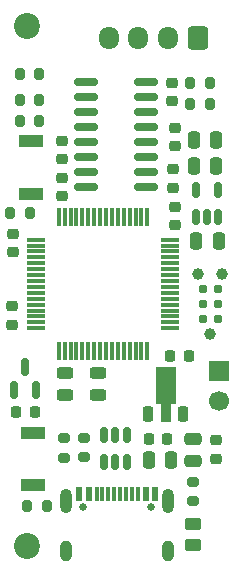
<source format=gbr>
%TF.GenerationSoftware,KiCad,Pcbnew,9.0.2*%
%TF.CreationDate,2025-06-14T09:22:04-04:00*%
%TF.ProjectId,plimsoll,706c696d-736f-46c6-9c2e-6b696361645f,rev?*%
%TF.SameCoordinates,Original*%
%TF.FileFunction,Soldermask,Top*%
%TF.FilePolarity,Negative*%
%FSLAX46Y46*%
G04 Gerber Fmt 4.6, Leading zero omitted, Abs format (unit mm)*
G04 Created by KiCad (PCBNEW 9.0.2) date 2025-06-14 09:22:04*
%MOMM*%
%LPD*%
G01*
G04 APERTURE LIST*
G04 Aperture macros list*
%AMRoundRect*
0 Rectangle with rounded corners*
0 $1 Rounding radius*
0 $2 $3 $4 $5 $6 $7 $8 $9 X,Y pos of 4 corners*
0 Add a 4 corners polygon primitive as box body*
4,1,4,$2,$3,$4,$5,$6,$7,$8,$9,$2,$3,0*
0 Add four circle primitives for the rounded corners*
1,1,$1+$1,$2,$3*
1,1,$1+$1,$4,$5*
1,1,$1+$1,$6,$7*
1,1,$1+$1,$8,$9*
0 Add four rect primitives between the rounded corners*
20,1,$1+$1,$2,$3,$4,$5,0*
20,1,$1+$1,$4,$5,$6,$7,0*
20,1,$1+$1,$6,$7,$8,$9,0*
20,1,$1+$1,$8,$9,$2,$3,0*%
%AMFreePoly0*
4,1,9,3.862500,-0.866500,0.737500,-0.866500,0.737500,-0.450000,-0.737500,-0.450000,-0.737500,0.450000,0.737500,0.450000,0.737500,0.866500,3.862500,0.866500,3.862500,-0.866500,3.862500,-0.866500,$1*%
G04 Aperture macros list end*
%ADD10RoundRect,0.200000X-0.200000X-0.275000X0.200000X-0.275000X0.200000X0.275000X-0.200000X0.275000X0*%
%ADD11R,1.700000X1.700000*%
%ADD12C,1.700000*%
%ADD13RoundRect,0.250000X0.600000X0.725000X-0.600000X0.725000X-0.600000X-0.725000X0.600000X-0.725000X0*%
%ADD14O,1.700000X1.950000*%
%ADD15RoundRect,0.225000X-0.250000X0.225000X-0.250000X-0.225000X0.250000X-0.225000X0.250000X0.225000X0*%
%ADD16RoundRect,0.243750X0.456250X-0.243750X0.456250X0.243750X-0.456250X0.243750X-0.456250X-0.243750X0*%
%ADD17R,2.000000X1.050000*%
%ADD18RoundRect,0.225000X0.225000X-0.425000X0.225000X0.425000X-0.225000X0.425000X-0.225000X-0.425000X0*%
%ADD19FreePoly0,90.000000*%
%ADD20C,2.200000*%
%ADD21RoundRect,0.250000X-0.250000X-0.475000X0.250000X-0.475000X0.250000X0.475000X-0.250000X0.475000X0*%
%ADD22RoundRect,0.150000X0.150000X-0.587500X0.150000X0.587500X-0.150000X0.587500X-0.150000X-0.587500X0*%
%ADD23RoundRect,0.250000X-0.475000X0.250000X-0.475000X-0.250000X0.475000X-0.250000X0.475000X0.250000X0*%
%ADD24RoundRect,0.150000X0.150000X-0.512500X0.150000X0.512500X-0.150000X0.512500X-0.150000X-0.512500X0*%
%ADD25RoundRect,0.200000X-0.275000X0.200000X-0.275000X-0.200000X0.275000X-0.200000X0.275000X0.200000X0*%
%ADD26RoundRect,0.075000X-0.075000X0.700000X-0.075000X-0.700000X0.075000X-0.700000X0.075000X0.700000X0*%
%ADD27RoundRect,0.075000X-0.700000X0.075000X-0.700000X-0.075000X0.700000X-0.075000X0.700000X0.075000X0*%
%ADD28RoundRect,0.200000X0.200000X0.275000X-0.200000X0.275000X-0.200000X-0.275000X0.200000X-0.275000X0*%
%ADD29RoundRect,0.150000X0.850000X0.150000X-0.850000X0.150000X-0.850000X-0.150000X0.850000X-0.150000X0*%
%ADD30RoundRect,0.250000X-0.450000X0.262500X-0.450000X-0.262500X0.450000X-0.262500X0.450000X0.262500X0*%
%ADD31RoundRect,0.225000X0.250000X-0.225000X0.250000X0.225000X-0.250000X0.225000X-0.250000X-0.225000X0*%
%ADD32C,0.990600*%
%ADD33C,0.787400*%
%ADD34C,0.650000*%
%ADD35R,0.600000X1.240000*%
%ADD36R,0.300000X1.240000*%
%ADD37O,1.000000X2.100000*%
%ADD38O,1.000000X1.800000*%
%ADD39RoundRect,0.225000X0.225000X0.250000X-0.225000X0.250000X-0.225000X-0.250000X0.225000X-0.250000X0*%
%ADD40RoundRect,0.200000X0.275000X-0.200000X0.275000X0.200000X-0.275000X0.200000X-0.275000X-0.200000X0*%
G04 APERTURE END LIST*
D10*
%TO.C,R4*%
X20950000Y-38800000D03*
X22600000Y-38800000D03*
%TD*%
D11*
%TO.C,J4*%
X38600000Y-52200000D03*
D12*
X38600000Y-54740000D03*
%TD*%
D10*
%TO.C,R12*%
X21750000Y-31000000D03*
X23400000Y-31000000D03*
%TD*%
D13*
%TO.C,J3*%
X36800000Y-24000000D03*
D14*
X34300000Y-24000000D03*
X31800000Y-24000000D03*
X29300000Y-24000000D03*
%TD*%
D15*
%TO.C,C8*%
X34900000Y-31600000D03*
X34900000Y-33150000D03*
%TD*%
D16*
%TO.C,D2*%
X25600000Y-54200000D03*
X25600000Y-52325000D03*
%TD*%
D17*
%TO.C,SW2*%
X22700000Y-37140000D03*
X22700000Y-32700000D03*
%TD*%
D18*
%TO.C,U4*%
X32600000Y-55850000D03*
D19*
X34100000Y-55762500D03*
D18*
X35600000Y-55850000D03*
%TD*%
D20*
%TO.C,H1*%
X22400000Y-23000000D03*
%TD*%
D21*
%TO.C,C11*%
X36500000Y-34800000D03*
X38400000Y-34800000D03*
%TD*%
%TO.C,C2*%
X32650000Y-59700000D03*
X34550000Y-59700000D03*
%TD*%
D22*
%TO.C,U2*%
X21250000Y-53737500D03*
X23150000Y-53737500D03*
X22200000Y-51862500D03*
%TD*%
D23*
%TO.C,C4*%
X36450000Y-57900000D03*
X36450000Y-59800000D03*
%TD*%
D10*
%TO.C,R11*%
X21750000Y-29200000D03*
X23400000Y-29200000D03*
%TD*%
D17*
%TO.C,SW1*%
X22900000Y-61840000D03*
X22900000Y-57400000D03*
%TD*%
D24*
%TO.C,U5*%
X36650000Y-39137500D03*
X37600000Y-39137500D03*
X38550000Y-39137500D03*
X38550000Y-36862500D03*
X36650000Y-36862500D03*
%TD*%
D25*
%TO.C,R13*%
X27200000Y-57800000D03*
X27200000Y-59450000D03*
%TD*%
D26*
%TO.C,U3*%
X32550000Y-39125000D03*
X32050000Y-39125000D03*
X31550000Y-39125000D03*
X31050000Y-39125000D03*
X30550000Y-39125000D03*
X30050000Y-39125000D03*
X29550000Y-39125000D03*
X29050000Y-39125000D03*
X28550000Y-39125000D03*
X28050000Y-39125000D03*
X27550000Y-39125000D03*
X27050000Y-39125000D03*
X26550000Y-39125000D03*
X26050000Y-39125000D03*
X25550000Y-39125000D03*
X25050000Y-39125000D03*
D27*
X23125000Y-41050000D03*
X23125000Y-41550000D03*
X23125000Y-42050000D03*
X23125000Y-42550000D03*
X23125000Y-43050000D03*
X23125000Y-43550000D03*
X23125000Y-44050000D03*
X23125000Y-44550000D03*
X23125000Y-45050000D03*
X23125000Y-45550000D03*
X23125000Y-46050000D03*
X23125000Y-46550000D03*
X23125000Y-47050000D03*
X23125000Y-47550000D03*
X23125000Y-48050000D03*
X23125000Y-48550000D03*
D26*
X25050000Y-50475000D03*
X25550000Y-50475000D03*
X26050000Y-50475000D03*
X26550000Y-50475000D03*
X27050000Y-50475000D03*
X27550000Y-50475000D03*
X28050000Y-50475000D03*
X28550000Y-50475000D03*
X29050000Y-50475000D03*
X29550000Y-50475000D03*
X30050000Y-50475000D03*
X30550000Y-50475000D03*
X31050000Y-50475000D03*
X31550000Y-50475000D03*
X32050000Y-50475000D03*
X32550000Y-50475000D03*
D27*
X34475000Y-48550000D03*
X34475000Y-48050000D03*
X34475000Y-47550000D03*
X34475000Y-47050000D03*
X34475000Y-46550000D03*
X34475000Y-46050000D03*
X34475000Y-45550000D03*
X34475000Y-45050000D03*
X34475000Y-44550000D03*
X34475000Y-44050000D03*
X34475000Y-43550000D03*
X34475000Y-43050000D03*
X34475000Y-42550000D03*
X34475000Y-42050000D03*
X34475000Y-41550000D03*
X34475000Y-41050000D03*
%TD*%
D28*
%TO.C,R5*%
X24025000Y-63600000D03*
X22375000Y-63600000D03*
%TD*%
D29*
%TO.C,U6*%
X32400000Y-36600000D03*
X32400000Y-35330000D03*
X32400000Y-34060000D03*
X32400000Y-32790000D03*
X32400000Y-31520000D03*
X32400000Y-30250000D03*
X32400000Y-28980000D03*
X32400000Y-27710000D03*
X27400000Y-27710000D03*
X27400000Y-28980000D03*
X27400000Y-30250000D03*
X27400000Y-31520000D03*
X27400000Y-32790000D03*
X27400000Y-34060000D03*
X27400000Y-35330000D03*
X27400000Y-36600000D03*
%TD*%
D15*
%TO.C,C17*%
X21100000Y-46700000D03*
X21100000Y-48250000D03*
%TD*%
D30*
%TO.C,R1*%
X36400000Y-65087500D03*
X36400000Y-66912500D03*
%TD*%
D31*
%TO.C,C7*%
X34600000Y-29350000D03*
X34600000Y-27800000D03*
%TD*%
D24*
%TO.C,U1*%
X28900000Y-59875000D03*
X29850000Y-59875000D03*
X30800000Y-59875000D03*
X30800000Y-57600000D03*
X29850000Y-57600000D03*
X28900000Y-57600000D03*
%TD*%
D15*
%TO.C,C13*%
X21200000Y-40550000D03*
X21200000Y-42100000D03*
%TD*%
D10*
%TO.C,R10*%
X21750000Y-27000000D03*
X23400000Y-27000000D03*
%TD*%
D31*
%TO.C,C9*%
X25300000Y-34250000D03*
X25300000Y-32700000D03*
%TD*%
D32*
%TO.C,J1*%
X37865000Y-49010000D03*
X36849000Y-43930000D03*
X38881000Y-43930000D03*
D33*
X38500000Y-47740000D03*
X37230000Y-47740000D03*
X38500000Y-46470000D03*
X37230000Y-46470000D03*
X38500000Y-45200000D03*
X37230000Y-45200000D03*
%TD*%
D10*
%TO.C,R8*%
X36175000Y-29600000D03*
X37825000Y-29600000D03*
%TD*%
D20*
%TO.C,H2*%
X22400000Y-67000000D03*
%TD*%
D16*
%TO.C,D1*%
X28400000Y-54237500D03*
X28400000Y-52362500D03*
%TD*%
D31*
%TO.C,C5*%
X38400000Y-59600000D03*
X38400000Y-58050000D03*
%TD*%
D15*
%TO.C,C14*%
X25300000Y-35800000D03*
X25300000Y-37350000D03*
%TD*%
D25*
%TO.C,R14*%
X25500000Y-57850000D03*
X25500000Y-59500000D03*
%TD*%
D10*
%TO.C,R7*%
X36175000Y-27800000D03*
X37825000Y-27800000D03*
%TD*%
D34*
%TO.C,J2*%
X27110000Y-63700000D03*
X32890000Y-63700000D03*
D35*
X26800000Y-62580000D03*
X27600000Y-62580000D03*
D36*
X28750000Y-62580000D03*
X29750000Y-62580000D03*
X30250000Y-62580000D03*
X31250000Y-62580000D03*
D35*
X32400000Y-62580000D03*
X33200000Y-62580000D03*
X33200000Y-62580000D03*
X32400000Y-62580000D03*
D36*
X31750000Y-62580000D03*
X30750000Y-62580000D03*
X29250000Y-62580000D03*
X28250000Y-62580000D03*
D35*
X27600000Y-62580000D03*
X26800000Y-62580000D03*
D37*
X25680000Y-63180000D03*
D38*
X25680000Y-67380000D03*
D37*
X34320000Y-63180000D03*
D38*
X34320000Y-67380000D03*
%TD*%
D15*
%TO.C,C15*%
X34900000Y-38250000D03*
X34900000Y-39800000D03*
%TD*%
D39*
%TO.C,C3*%
X34250000Y-57900000D03*
X32700000Y-57900000D03*
%TD*%
D31*
%TO.C,C12*%
X34700000Y-36650000D03*
X34700000Y-35100000D03*
%TD*%
D39*
%TO.C,C16*%
X36050000Y-50900000D03*
X34500000Y-50900000D03*
%TD*%
D40*
%TO.C,R6*%
X36400000Y-63200000D03*
X36400000Y-61550000D03*
%TD*%
D21*
%TO.C,C6*%
X36700000Y-41200000D03*
X38600000Y-41200000D03*
%TD*%
D39*
%TO.C,C1*%
X23000000Y-55600000D03*
X21450000Y-55600000D03*
%TD*%
D21*
%TO.C,C10*%
X36500000Y-32600000D03*
X38400000Y-32600000D03*
%TD*%
M02*

</source>
